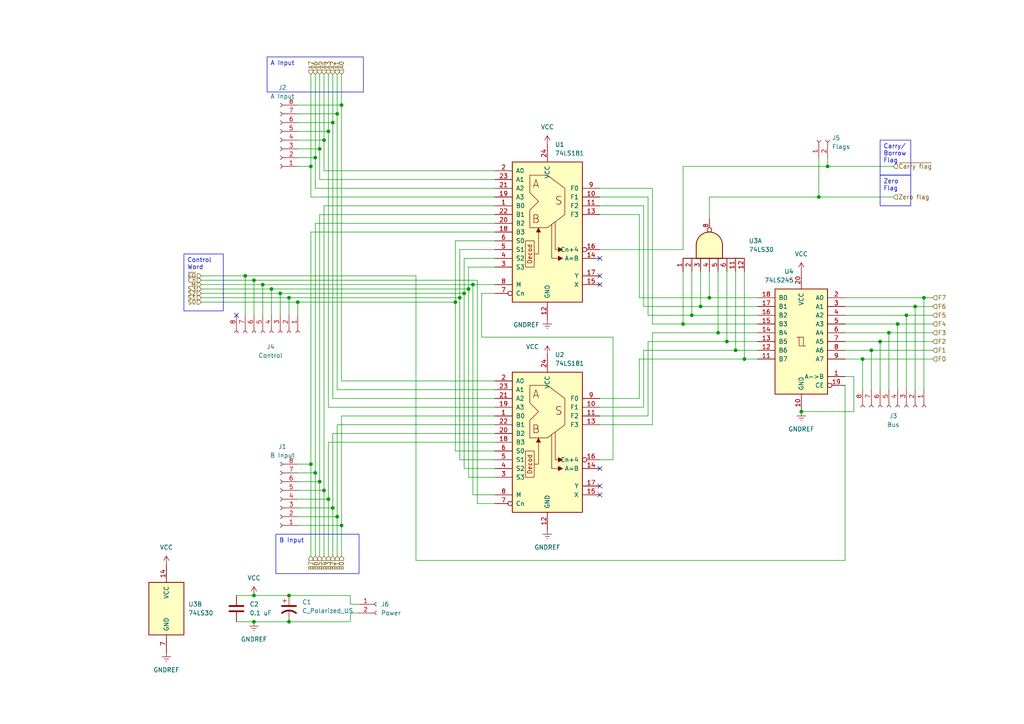
<source format=kicad_sch>
(kicad_sch (version 20231120) (generator "eeschema") (generator_version "8.0")
  (paper "A4")
  (title_block (title "Artemis ALU Module") (date "2024-07-14") (rev "1") (company "George Sleen"))
  (lib_symbols
    (symbol "74xx:74LS181" (pin_names (offset 1.016))
      (property "Reference" "U" (at -7.62 21.59 0))
      (property "Value" "74LS181" (at -7.62 -21.59 0))
      (symbol "74LS181_1_0"
        (polyline (pts (xy -3.81 -6.35) (xy -2.54 -6.35) (xy -2.54 1.27)))
        (polyline (pts (xy -2.54 1.27) (xy -3.175 0) (xy -1.905 0)) (fill (type outline)))
        (polyline (pts (xy 1.27 2.159) (xy 1.27 -7.62) (xy 3.175 -7.62)))
        (polyline (pts (xy 3.175 -5.08) (xy 2.286 -5.08) (xy 2.286 2.921)))
        (polyline (pts (xy 4.445 -7.62) (xy 3.175 -6.985) (xy 3.175 -8.255) (xy 4.445 -7.62)) (fill (type outline)))
        (polyline (pts (xy 4.445 -5.08) (xy 3.175 -4.445) (xy 3.175 -5.715) (xy 4.445 -5.08)) (fill (type outline)))
        (polyline (pts (xy -6.35 -2.54) (xy -6.35 -10.16) (xy -3.81 -10.16) (xy -3.81 -2.54) (xy -6.35 -2.54)))
        (polyline (pts (xy -5.08 16.51) (xy -5.08 11.43) (xy -2.54 8.89) (xy -5.08 6.35) (xy -5.08 1.27) (xy 0 1.27) (xy 5.08 5.08) (xy 5.08 12.7) (xy 0 16.51) (xy -5.08 16.51)))
        (text "A" (at -3.302 13.97 0) (effects (font (size 2.286 2.286))))
        (text "B" (at -3.302 3.81 0) (effects (font (size 2.286 2.286))))
        (text "Decod" (at -5.08 -6.35 900) (effects (font (size 1.27 1.27))))
        (text "S" (at 3.302 9.144 0) (effects (font (size 2.286 2.286))))
        (pin input line (at -15.24 7.62 0) (length 5.08) (name "B0") (number "1"))
        (pin output line (at 15.24 10.16 180) (length 5.08) (name "F1") (number "10"))
        (pin output line (at 15.24 7.62 180) (length 5.08) (name "F2") (number "11"))
        (pin power_in line (at 0 -25.4 90) (length 5.08) (name "GND") (number "12"))
        (pin output line (at 15.24 5.08 180) (length 5.08) (name "F3") (number "13"))
        (pin output line (at 15.24 -7.62 180) (length 5.08) (name "A=B") (number "14"))
        (pin output line (at 15.24 -15.24 180) (length 5.08) (name "X") (number "15"))
        (pin output inverted (at 15.24 -5.08 180) (length 5.08) (name "Cn+4") (number "16"))
        (pin output line (at 15.24 -12.7 180) (length 5.08) (name "Y") (number "17"))
        (pin input line (at -15.24 0 0) (length 5.08) (name "B3") (number "18"))
        (pin input line (at -15.24 10.16 0) (length 5.08) (name "A3") (number "19"))
        (pin input line (at -15.24 17.78 0) (length 5.08) (name "A0") (number "2"))
        (pin input line (at -15.24 2.54 0) (length 5.08) (name "B2") (number "20"))
        (pin input line (at -15.24 12.7 0) (length 5.08) (name "A2") (number "21"))
        (pin input line (at -15.24 5.08 0) (length 5.08) (name "B1") (number "22"))
        (pin input line (at -15.24 15.24 0) (length 5.08) (name "A1") (number "23"))
        (pin power_in line (at 0 25.4 270) (length 5.08) (name "VCC") (number "24"))
        (pin input line (at -15.24 -10.16 0) (length 5.08) (name "S3") (number "3"))
        (pin input line (at -15.24 -7.62 0) (length 5.08) (name "S2") (number "4"))
        (pin input line (at -15.24 -5.08 0) (length 5.08) (name "S1") (number "5"))
        (pin input line (at -15.24 -2.54 0) (length 5.08) (name "S0") (number "6"))
        (pin input inverted (at -15.24 -17.78 0) (length 5.08) (name "Cn") (number "7"))
        (pin input line (at -15.24 -15.24 0) (length 5.08) (name "M") (number "8"))
        (pin output line (at 15.24 12.7 180) (length 5.08) (name "F0") (number "9"))
      )
      (symbol "74LS181_1_1"
        (rectangle (start -10.16 20.32) (end 10.16 -20.32) (stroke (width 0.254)) (fill (type background)))
      )
    )
    (symbol "74xx:74LS245" (pin_names (offset 1.016))
      (property "Reference" "U" (at -7.62 16.51 0))
      (property "Value" "74LS245" (at -7.62 -16.51 0))
      (symbol "74LS245_1_0"
        (polyline (pts (xy -0.635 -1.27) (xy -0.635 1.27) (xy 0.635 1.27)))
        (polyline (pts (xy -1.27 -1.27) (xy 0.635 -1.27) (xy 0.635 1.27) (xy 1.27 1.27)))
        (pin input line (at -12.7 -10.16 0) (length 5.08) (name "A->B") (number "1"))
        (pin power_in line (at 0 -20.32 90) (length 5.08) (name "GND") (number "10"))
        (pin tri_state line (at 12.7 -5.08 180) (length 5.08) (name "B7") (number "11"))
        (pin tri_state line (at 12.7 -2.54 180) (length 5.08) (name "B6") (number "12"))
        (pin tri_state line (at 12.7 0 180) (length 5.08) (name "B5") (number "13"))
        (pin tri_state line (at 12.7 2.54 180) (length 5.08) (name "B4") (number "14"))
        (pin tri_state line (at 12.7 5.08 180) (length 5.08) (name "B3") (number "15"))
        (pin tri_state line (at 12.7 7.62 180) (length 5.08) (name "B2") (number "16"))
        (pin tri_state line (at 12.7 10.16 180) (length 5.08) (name "B1") (number "17"))
        (pin tri_state line (at 12.7 12.7 180) (length 5.08) (name "B0") (number "18"))
        (pin input inverted (at -12.7 -12.7 0) (length 5.08) (name "CE") (number "19"))
        (pin tri_state line (at -12.7 12.7 0) (length 5.08) (name "A0") (number "2"))
        (pin power_in line (at 0 20.32 270) (length 5.08) (name "VCC") (number "20"))
        (pin tri_state line (at -12.7 10.16 0) (length 5.08) (name "A1") (number "3"))
        (pin tri_state line (at -12.7 7.62 0) (length 5.08) (name "A2") (number "4"))
        (pin tri_state line (at -12.7 5.08 0) (length 5.08) (name "A3") (number "5"))
        (pin tri_state line (at -12.7 2.54 0) (length 5.08) (name "A4") (number "6"))
        (pin tri_state line (at -12.7 0 0) (length 5.08) (name "A5") (number "7"))
        (pin tri_state line (at -12.7 -2.54 0) (length 5.08) (name "A6") (number "8"))
        (pin tri_state line (at -12.7 -5.08 0) (length 5.08) (name "A7") (number "9"))
      )
      (symbol "74LS245_1_1"
        (rectangle (start -7.62 15.24) (end 7.62 -15.24) (stroke (width 0.254)) (fill (type background)))
      )
    )
    (symbol "74xx:74LS30" (pin_names (offset 1.016))
      (property "Reference" "U" (at 0 1.27 0))
      (property "Value" "74LS30" (at 0 -1.27 0))
      (symbol "74LS30_1_1"
        (arc (start 0 -3.81) (mid 3.7934 0) (end 0 3.81) (stroke (width 0.254)) (fill (type background)))
        (polyline (pts (xy -3.81 7.62) (xy -3.81 -10.16)) (stroke (width 0.254)))
        (polyline (pts (xy 0 3.81) (xy -3.81 3.81) (xy -3.81 -3.81) (xy 0 -3.81)) (stroke (width 0.254)) (fill (type background)))
        (pin input line (at -7.62 7.62 0) (length 3.81) (name "~") (number "1"))
        (pin input line (at -7.62 -7.62 0) (length 3.81) (name "~") (number "11"))
        (pin input line (at -7.62 -10.16 0) (length 3.81) (name "~") (number "12"))
        (pin input line (at -7.62 5.08 0) (length 3.81) (name "~") (number "2"))
        (pin input line (at -7.62 2.54 0) (length 3.81) (name "~") (number "3"))
        (pin input line (at -7.62 0 0) (length 3.81) (name "~") (number "4"))
        (pin input line (at -7.62 -2.54 0) (length 3.81) (name "~") (number "5"))
        (pin input line (at -7.62 -5.08 0) (length 3.81) (name "~") (number "6"))
        (pin output inverted (at 7.62 0 180) (length 3.81) (name "~") (number "8"))
      )
      (symbol "74LS30_1_2"
        (arc (start -3.81 -3.81) (mid -2.589 0) (end -3.81 3.81) (stroke (width 0.254)))
        (arc (start -0.6096 -3.81) (mid 2.1842 -2.5851) (end 3.81 0) (stroke (width 0.254)) (fill (type background)))
        (polyline (pts (xy -3.81 -3.81) (xy -3.81 -10.16)) (stroke (width 0.254)))
        (polyline (pts (xy -3.81 -3.81) (xy -0.635 -3.81)) (stroke (width 0.254)) (fill (type background)))
        (polyline (pts (xy -3.81 3.81) (xy -0.635 3.81)) (stroke (width 0.254)) (fill (type background)))
        (polyline (pts (xy -3.81 7.62) (xy -3.81 3.81)) (stroke (width 0.254)))
        (polyline (pts (xy -0.635 3.81) (xy -3.81 3.81) (xy -3.81 3.81) (xy -3.556 3.4036) (xy -3.0226 2.2606) (xy -2.6924 1.0414) (xy -2.6162 -0.254) (xy -2.7686 -1.4986) (xy -3.175 -2.7178) (xy -3.81 -3.81) (xy -3.81 -3.81) (xy -0.635 -3.81)) (stroke (width -25.4)) (fill (type background)))
        (arc (start 3.81 0) (mid 2.1915 2.5936) (end -0.6096 3.81) (stroke (width 0.254)) (fill (type background)))
        (pin input inverted (at -7.62 7.62 0) (length 3.81) (name "~") (number "1"))
        (pin input inverted (at -7.62 -7.62 0) (length 3.81) (name "~") (number "11"))
        (pin input inverted (at -7.62 -10.16 0) (length 3.81) (name "~") (number "12"))
        (pin input inverted (at -7.62 5.08 0) (length 3.81) (name "~") (number "2"))
        (pin input inverted (at -7.62 2.54 0) (length 4.5466) (name "~") (number "3"))
        (pin input inverted (at -7.62 0 0) (length 5.08) (name "~") (number "4"))
        (pin input inverted (at -7.62 -2.54 0) (length 4.5466) (name "~") (number "5"))
        (pin input inverted (at -7.62 -5.08 0) (length 3.81) (name "~") (number "6"))
        (pin output line (at 7.62 0 180) (length 3.81) (name "~") (number "8"))
      )
      (symbol "74LS30_2_0"
        (pin power_in line (at 0 12.7 270) (length 5.08) (name "VCC") (number "14"))
        (pin power_in line (at 0 -12.7 90) (length 5.08) (name "GND") (number "7"))
      )
      (symbol "74LS30_2_1"
        (rectangle (start -5.08 7.62) (end 5.08 -7.62) (stroke (width 0.254)) (fill (type background)))
      )
    )
    (symbol "Connector:Conn_01x02_Socket" (pin_names (offset 1.016) hide)
      (property "Reference" "J" (at 0 2.54 0))
      (property "Value" "Conn_01x02_Socket" (at 0 -5.08 0))
      (symbol "Conn_01x02_Socket_1_1"
        (arc (start 0 -2.032) (mid -0.5058 -2.54) (end 0 -3.048) (stroke (width 0.1524)))
        (polyline (pts (xy -1.27 -2.54) (xy -0.508 -2.54)) (stroke (width 0.1524)))
        (polyline (pts (xy -1.27 0) (xy -0.508 0)) (stroke (width 0.1524)))
        (arc (start 0 0.508) (mid -0.5058 0) (end 0 -0.508) (stroke (width 0.1524)))
        (pin passive line (at -5.08 0 0) (length 3.81) (name "Pin_1") (number "1"))
        (pin passive line (at -5.08 -2.54 0) (length 3.81) (name "Pin_2") (number "2"))
      )
    )
    (symbol "Connector:Conn_01x08_Socket" (pin_names (offset 1.016) hide)
      (property "Reference" "J" (at 0 10.16 0))
      (property "Value" "Conn_01x08_Socket" (at 0 -12.7 0))
      (symbol "Conn_01x08_Socket_1_1"
        (arc (start 0 -9.652) (mid -0.5058 -10.16) (end 0 -10.668) (stroke (width 0.1524)))
        (arc (start 0 -7.112) (mid -0.5058 -7.62) (end 0 -8.128) (stroke (width 0.1524)))
        (arc (start 0 -4.572) (mid -0.5058 -5.08) (end 0 -5.588) (stroke (width 0.1524)))
        (arc (start 0 -2.032) (mid -0.5058 -2.54) (end 0 -3.048) (stroke (width 0.1524)))
        (polyline (pts (xy -1.27 -10.16) (xy -0.508 -10.16)) (stroke (width 0.1524)))
        (polyline (pts (xy -1.27 -7.62) (xy -0.508 -7.62)) (stroke (width 0.1524)))
        (polyline (pts (xy -1.27 -5.08) (xy -0.508 -5.08)) (stroke (width 0.1524)))
        (polyline (pts (xy -1.27 -2.54) (xy -0.508 -2.54)) (stroke (width 0.1524)))
        (polyline (pts (xy -1.27 0) (xy -0.508 0)) (stroke (width 0.1524)))
        (polyline (pts (xy -1.27 2.54) (xy -0.508 2.54)) (stroke (width 0.1524)))
        (polyline (pts (xy -1.27 5.08) (xy -0.508 5.08)) (stroke (width 0.1524)))
        (polyline (pts (xy -1.27 7.62) (xy -0.508 7.62)) (stroke (width 0.1524)))
        (arc (start 0 0.508) (mid -0.5058 0) (end 0 -0.508) (stroke (width 0.1524)))
        (arc (start 0 3.048) (mid -0.5058 2.54) (end 0 2.032) (stroke (width 0.1524)))
        (arc (start 0 5.588) (mid -0.5058 5.08) (end 0 4.572) (stroke (width 0.1524)))
        (arc (start 0 8.128) (mid -0.5058 7.62) (end 0 7.112) (stroke (width 0.1524)))
        (pin passive line (at -5.08 7.62 0) (length 3.81) (name "Pin_1") (number "1"))
        (pin passive line (at -5.08 5.08 0) (length 3.81) (name "Pin_2") (number "2"))
        (pin passive line (at -5.08 2.54 0) (length 3.81) (name "Pin_3") (number "3"))
        (pin passive line (at -5.08 0 0) (length 3.81) (name "Pin_4") (number "4"))
        (pin passive line (at -5.08 -2.54 0) (length 3.81) (name "Pin_5") (number "5"))
        (pin passive line (at -5.08 -5.08 0) (length 3.81) (name "Pin_6") (number "6"))
        (pin passive line (at -5.08 -7.62 0) (length 3.81) (name "Pin_7") (number "7"))
        (pin passive line (at -5.08 -10.16 0) (length 3.81) (name "Pin_8") (number "8"))
      )
    )
    (symbol "Device:C" (pin_numbers hide) (pin_names (offset 0.254))
      (property "Reference" "C" (at 0.635 2.54 0))
      (property "Value" "C" (at 0.635 -2.54 0))
      (symbol "C_0_1"
        (polyline (pts (xy -2.032 -0.762) (xy 2.032 -0.762)) (stroke (width 0.508)))
        (polyline (pts (xy -2.032 0.762) (xy 2.032 0.762)) (stroke (width 0.508)))
      )
      (symbol "C_1_1"
        (pin passive line (at 0 3.81 270) (length 2.794) (name "~") (number "1"))
        (pin passive line (at 0 -3.81 90) (length 2.794) (name "~") (number "2"))
      )
    )
    (symbol "Device:C_Polarized_US" (pin_numbers hide) (pin_names (offset 0.254) hide)
      (property "Reference" "C" (at 0.635 2.54 0))
      (property "Value" "C_Polarized_US" (at 0.635 -2.54 0))
      (symbol "C_Polarized_US_0_1"
        (polyline (pts (xy -2.032 0.762) (xy 2.032 0.762)) (stroke (width 0.508)))
        (polyline (pts (xy -1.778 2.286) (xy -0.762 2.286)))
        (polyline (pts (xy -1.27 1.778) (xy -1.27 2.794)))
        (arc (start 2.032 -1.27) (mid 0 -0.5572) (end -2.032 -1.27) (stroke (width 0.508)))
      )
      (symbol "C_Polarized_US_1_1"
        (pin passive line (at 0 3.81 270) (length 2.794) (name "~") (number "1"))
        (pin passive line (at 0 -3.81 90) (length 3.302) (name "~") (number "2"))
      )
    )
    (symbol "power:GNDREF" (power) (pin_numbers hide) (pin_names (offset 0) hide)
      (property "Value" "GNDREF" (at 0 -3.81 0))
      (symbol "GNDREF_0_1"
        (polyline (pts (xy -0.635 -1.905) (xy 0.635 -1.905)))
        (polyline (pts (xy -0.127 -2.54) (xy 0.127 -2.54)))
        (polyline (pts (xy 0 -1.27) (xy 0 0)))
        (polyline (pts (xy 1.27 -1.27) (xy -1.27 -1.27)))
      )
      (symbol "GNDREF_1_1"
        (pin power_in line (at 0 0 270) (length 0) (name "~") (number "1"))
      )
    )
    (symbol "power:VCC" (power) (pin_numbers hide) (pin_names (offset 0) hide)
      (property "Value" "VCC" (at 0 3.556 0))
      (symbol "VCC_0_1"
        (polyline (pts (xy -0.762 1.27) (xy 0 2.54)))
        (polyline (pts (xy 0 0) (xy 0 2.54)))
        (polyline (pts (xy 0 2.54) (xy 0.762 1.27)))
      )
      (symbol "VCC_1_1"
        (pin power_in line (at 0 0 90) (length 0) (name "~") (number "1"))
      )
    )
  )
  (junction (at 267.97 86.36))
  (junction (at 97.79 33.02))
  (junction (at 92.71 139.7))
  (junction (at 97.79 149.86))
  (junction (at 78.74 83.82))
  (junction (at 95.25 144.78))
  (junction (at 134.62 85.09))
  (junction (at 215.9 104.14))
  (junction (at 91.44 45.72))
  (junction (at 93.98 142.24))
  (junction (at 205.74 86.36))
  (junction (at 255.27 99.06))
  (junction (at 133.35 86.36))
  (junction (at 73.66 180.34))
  (junction (at 132.08 87.63))
  (junction (at 240.03 48.26))
  (junction (at 73.66 172.72))
  (junction (at 262.89 91.44))
  (junction (at 250.19 104.14))
  (junction (at 90.17 134.62))
  (junction (at 81.28 85.09))
  (junction (at 71.12 80.01))
  (junction (at 210.82 99.06))
  (junction (at 83.82 86.36))
  (junction (at 76.2 82.55))
  (junction (at 86.36 87.63))
  (junction (at 93.98 40.64))
  (junction (at 203.2 88.9))
  (junction (at 135.89 83.82))
  (junction (at 200.66 91.44))
  (junction (at 91.44 137.16))
  (junction (at 73.66 81.28))
  (junction (at 213.36 101.6))
  (junction (at 137.16 82.55))
  (junction (at 198.12 93.98))
  (junction (at 90.17 48.26))
  (junction (at 92.71 43.18))
  (junction (at 99.06 30.48))
  (junction (at 252.73 101.6))
  (junction (at 83.82 172.72))
  (junction (at 99.06 152.4))
  (junction (at 265.43 88.9))
  (junction (at 260.35 93.98))
  (junction (at 208.28 96.52))
  (junction (at 237.49 57.15))
  (junction (at 95.25 38.1))
  (junction (at 83.82 180.34))
  (junction (at 232.41 119.38))
  (junction (at 96.52 35.56))
  (junction (at 96.52 147.32))
  (junction (at 257.81 96.52))
  (no_connect (at 173.99 74.93))
  (no_connect (at 173.99 82.55))
  (no_connect (at 173.99 80.01))
  (no_connect (at 68.58 91.44))
  (no_connect (at 173.99 143.51))
  (no_connect (at 173.99 135.89))
  (no_connect (at 173.99 140.97))
  (wire (pts (xy 71.12 80.01) (xy 120.65 80.01)))
  (wire (pts (xy 245.11 86.36) (xy 267.97 86.36)))
  (wire (pts (xy 247.65 109.22) (xy 247.65 119.38)))
  (wire (pts (xy 92.71 62.23) (xy 92.71 139.7)))
  (wire (pts (xy 143.51 143.51) (xy 137.16 143.51)))
  (wire (pts (xy 58.42 81.28) (xy 73.66 81.28)))
  (wire (pts (xy 95.25 144.78) (xy 95.25 161.29)))
  (wire (pts (xy 91.44 64.77) (xy 91.44 137.16)))
  (wire (pts (xy 97.79 123.19) (xy 97.79 149.86)))
  (wire (pts (xy 143.51 74.93) (xy 134.62 74.93)))
  (wire (pts (xy 265.43 88.9) (xy 270.51 88.9)))
  (wire (pts (xy 90.17 134.62) (xy 90.17 161.29)))
  (wire (pts (xy 143.51 118.11) (xy 95.25 118.11)))
  (wire (pts (xy 83.82 180.34) (xy 101.6 180.34)))
  (wire (pts (xy 86.36 144.78) (xy 95.25 144.78)))
  (wire (pts (xy 86.36 149.86) (xy 97.79 149.86)))
  (wire (pts (xy 143.51 130.81) (xy 132.08 130.81)))
  (wire (pts (xy 143.51 54.61) (xy 91.44 54.61)))
  (wire (pts (xy 101.6 177.8) (xy 101.6 180.34)))
  (wire (pts (xy 185.42 104.14) (xy 215.9 104.14)))
  (wire (pts (xy 83.82 172.72) (xy 101.6 172.72)))
  (wire (pts (xy 205.74 63.5) (xy 205.74 57.15)))
  (wire (pts (xy 247.65 119.38) (xy 232.41 119.38)))
  (wire (pts (xy 97.79 149.86) (xy 97.79 161.29)))
  (wire (pts (xy 143.51 59.69) (xy 93.98 59.69)))
  (wire (pts (xy 267.97 86.36) (xy 267.97 113.03)))
  (wire (pts (xy 198.12 48.26) (xy 240.03 48.26)))
  (wire (pts (xy 262.89 113.03) (xy 262.89 91.44)))
  (wire (pts (xy 93.98 142.24) (xy 93.98 161.29)))
  (wire (pts (xy 173.99 72.39) (xy 198.12 72.39)))
  (wire (pts (xy 139.7 97.79) (xy 139.7 85.09)))
  (wire (pts (xy 86.36 87.63) (xy 132.08 87.63)))
  (wire (pts (xy 185.42 115.57) (xy 185.42 104.14)))
  (wire (pts (xy 210.82 99.06) (xy 219.71 99.06)))
  (wire (pts (xy 86.36 152.4) (xy 99.06 152.4)))
  (wire (pts (xy 187.96 99.06) (xy 210.82 99.06)))
  (wire (pts (xy 245.11 109.22) (xy 247.65 109.22)))
  (wire (pts (xy 92.71 43.18) (xy 92.71 52.07)))
  (wire (pts (xy 198.12 72.39) (xy 198.12 48.26)))
  (wire (pts (xy 173.99 123.19) (xy 189.23 123.19)))
  (wire (pts (xy 260.35 113.03) (xy 260.35 93.98)))
  (wire (pts (xy 257.81 96.52) (xy 270.51 96.52)))
  (wire (pts (xy 120.65 162.56) (xy 245.11 162.56)))
  (wire (pts (xy 135.89 83.82) (xy 135.89 138.43)))
  (wire (pts (xy 132.08 69.85) (xy 143.51 69.85)))
  (wire (pts (xy 205.74 86.36) (xy 219.71 86.36)))
  (wire (pts (xy 240.03 45.72) (xy 240.03 48.26)))
  (wire (pts (xy 90.17 48.26) (xy 90.17 57.15)))
  (wire (pts (xy 104.14 177.8) (xy 101.6 177.8)))
  (wire (pts (xy 186.69 88.9) (xy 203.2 88.9)))
  (wire (pts (xy 262.89 91.44) (xy 270.51 91.44)))
  (wire (pts (xy 250.19 104.14) (xy 270.51 104.14)))
  (wire (pts (xy 173.99 118.11) (xy 186.69 118.11)))
  (wire (pts (xy 215.9 104.14) (xy 219.71 104.14)))
  (wire (pts (xy 245.11 96.52) (xy 257.81 96.52)))
  (wire (pts (xy 95.25 38.1) (xy 95.25 118.11)))
  (wire (pts (xy 86.36 147.32) (xy 96.52 147.32)))
  (wire (pts (xy 143.51 115.57) (xy 96.52 115.57)))
  (wire (pts (xy 95.25 128.27) (xy 95.25 144.78)))
  (wire (pts (xy 143.51 110.49) (xy 99.06 110.49)))
  (wire (pts (xy 99.06 120.65) (xy 99.06 152.4)))
  (wire (pts (xy 203.2 88.9) (xy 219.71 88.9)))
  (wire (pts (xy 200.66 78.74) (xy 200.66 91.44)))
  (wire (pts (xy 143.51 64.77) (xy 91.44 64.77)))
  (wire (pts (xy 187.96 91.44) (xy 200.66 91.44)))
  (wire (pts (xy 137.16 82.55) (xy 143.51 82.55)))
  (wire (pts (xy 86.36 142.24) (xy 93.98 142.24)))
  (wire (pts (xy 99.06 21.59) (xy 99.06 30.48)))
  (wire (pts (xy 250.19 113.03) (xy 250.19 104.14)))
  (wire (pts (xy 96.52 21.59) (xy 96.52 35.56)))
  (wire (pts (xy 205.74 78.74) (xy 205.74 86.36)))
  (wire (pts (xy 96.52 147.32) (xy 96.52 161.29)))
  (wire (pts (xy 78.74 83.82) (xy 135.89 83.82)))
  (wire (pts (xy 143.51 113.03) (xy 97.79 113.03)))
  (wire (pts (xy 143.51 57.15) (xy 90.17 57.15)))
  (wire (pts (xy 58.42 85.09) (xy 81.28 85.09)))
  (wire (pts (xy 135.89 77.47) (xy 135.89 83.82)))
  (wire (pts (xy 139.7 85.09) (xy 143.51 85.09)))
  (wire (pts (xy 189.23 54.61) (xy 189.23 93.98)))
  (wire (pts (xy 58.42 82.55) (xy 76.2 82.55)))
  (wire (pts (xy 186.69 101.6) (xy 213.36 101.6)))
  (wire (pts (xy 86.36 137.16) (xy 91.44 137.16)))
  (wire (pts (xy 143.51 146.05) (xy 138.43 146.05)))
  (wire (pts (xy 198.12 93.98) (xy 219.71 93.98)))
  (wire (pts (xy 83.82 86.36) (xy 83.82 91.44)))
  (wire (pts (xy 143.51 120.65) (xy 99.06 120.65)))
  (wire (pts (xy 205.74 57.15) (xy 237.49 57.15)))
  (wire (pts (xy 187.96 99.06) (xy 187.96 120.65)))
  (wire (pts (xy 132.08 69.85) (xy 132.08 87.63)))
  (wire (pts (xy 90.17 67.31) (xy 90.17 134.62)))
  (wire (pts (xy 73.66 180.34) (xy 83.82 180.34)))
  (wire (pts (xy 99.06 30.48) (xy 99.06 110.49)))
  (wire (pts (xy 185.42 62.23) (xy 185.42 86.36)))
  (wire (pts (xy 208.28 78.74) (xy 208.28 96.52)))
  (wire (pts (xy 245.11 93.98) (xy 260.35 93.98)))
  (wire (pts (xy 198.12 78.74) (xy 198.12 93.98)))
  (wire (pts (xy 173.99 54.61) (xy 189.23 54.61)))
  (wire (pts (xy 237.49 45.72) (xy 237.49 57.15)))
  (wire (pts (xy 203.2 78.74) (xy 203.2 88.9)))
  (wire (pts (xy 104.14 175.26) (xy 101.6 175.26)))
  (wire (pts (xy 91.44 45.72) (xy 91.44 54.61)))
  (wire (pts (xy 58.42 83.82) (xy 78.74 83.82)))
  (wire (pts (xy 93.98 40.64) (xy 93.98 49.53)))
  (wire (pts (xy 138.43 146.05) (xy 138.43 81.28)))
  (wire (pts (xy 134.62 135.89) (xy 143.51 135.89)))
  (wire (pts (xy 185.42 86.36) (xy 205.74 86.36)))
  (wire (pts (xy 255.27 113.03) (xy 255.27 99.06)))
  (wire (pts (xy 143.51 67.31) (xy 90.17 67.31)))
  (wire (pts (xy 91.44 21.59) (xy 91.44 45.72)))
  (wire (pts (xy 143.51 52.07) (xy 92.71 52.07)))
  (wire (pts (xy 186.69 118.11) (xy 186.69 101.6)))
  (wire (pts (xy 134.62 74.93) (xy 134.62 85.09)))
  (wire (pts (xy 83.82 86.36) (xy 133.35 86.36)))
  (wire (pts (xy 135.89 77.47) (xy 143.51 77.47)))
  (wire (pts (xy 86.36 87.63) (xy 86.36 91.44)))
  (wire (pts (xy 143.51 49.53) (xy 93.98 49.53)))
  (wire (pts (xy 189.23 96.52) (xy 208.28 96.52)))
  (wire (pts (xy 133.35 72.39) (xy 133.35 86.36)))
  (wire (pts (xy 76.2 82.55) (xy 76.2 91.44)))
  (wire (pts (xy 252.73 113.03) (xy 252.73 101.6)))
  (wire (pts (xy 68.58 180.34) (xy 73.66 180.34)))
  (wire (pts (xy 132.08 87.63) (xy 132.08 130.81)))
  (wire (pts (xy 133.35 86.36) (xy 133.35 133.35)))
  (wire (pts (xy 245.11 91.44) (xy 262.89 91.44)))
  (wire (pts (xy 245.11 104.14) (xy 250.19 104.14)))
  (wire (pts (xy 173.99 62.23) (xy 185.42 62.23)))
  (wire (pts (xy 96.52 125.73) (xy 96.52 147.32)))
  (wire (pts (xy 245.11 111.76) (xy 245.11 162.56)))
  (wire (pts (xy 134.62 85.09) (xy 134.62 135.89)))
  (wire (pts (xy 267.97 86.36) (xy 270.51 86.36)))
  (wire (pts (xy 213.36 78.74) (xy 213.36 101.6)))
  (wire (pts (xy 187.96 57.15) (xy 187.96 91.44)))
  (wire (pts (xy 86.36 38.1) (xy 95.25 38.1)))
  (wire (pts (xy 86.36 30.48) (xy 99.06 30.48)))
  (wire (pts (xy 86.36 43.18) (xy 92.71 43.18)))
  (wire (pts (xy 255.27 99.06) (xy 270.51 99.06)))
  (wire (pts (xy 173.99 120.65) (xy 187.96 120.65)))
  (wire (pts (xy 208.28 96.52) (xy 219.71 96.52)))
  (wire (pts (xy 245.11 88.9) (xy 265.43 88.9)))
  (wire (pts (xy 173.99 133.35) (xy 177.8 133.35)))
  (wire (pts (xy 73.66 172.72) (xy 83.82 172.72)))
  (wire (pts (xy 173.99 59.69) (xy 186.69 59.69)))
  (wire (pts (xy 86.36 40.64) (xy 93.98 40.64)))
  (wire (pts (xy 189.23 96.52) (xy 189.23 123.19)))
  (wire (pts (xy 58.42 87.63) (xy 86.36 87.63)))
  (wire (pts (xy 86.36 48.26) (xy 90.17 48.26)))
  (wire (pts (xy 86.36 33.02) (xy 97.79 33.02)))
  (wire (pts (xy 101.6 175.26) (xy 101.6 172.72)))
  (wire (pts (xy 81.28 85.09) (xy 81.28 91.44)))
  (wire (pts (xy 143.51 72.39) (xy 133.35 72.39)))
  (wire (pts (xy 96.52 35.56) (xy 96.52 115.57)))
  (wire (pts (xy 120.65 162.56) (xy 120.65 80.01)))
  (wire (pts (xy 73.66 81.28) (xy 138.43 81.28)))
  (wire (pts (xy 58.42 80.01) (xy 71.12 80.01)))
  (wire (pts (xy 189.23 93.98) (xy 198.12 93.98)))
  (wire (pts (xy 260.35 93.98) (xy 270.51 93.98)))
  (wire (pts (xy 137.16 143.51) (xy 137.16 82.55)))
  (wire (pts (xy 215.9 78.74) (xy 215.9 104.14)))
  (wire (pts (xy 93.98 59.69) (xy 93.98 142.24)))
  (wire (pts (xy 177.8 97.79) (xy 139.7 97.79)))
  (wire (pts (xy 93.98 21.59) (xy 93.98 40.64)))
  (wire (pts (xy 143.51 125.73) (xy 96.52 125.73)))
  (wire (pts (xy 68.58 172.72) (xy 73.66 172.72)))
  (wire (pts (xy 86.36 134.62) (xy 90.17 134.62)))
  (wire (pts (xy 86.36 139.7) (xy 92.71 139.7)))
  (wire (pts (xy 240.03 48.26) (xy 259.08 48.26)))
  (wire (pts (xy 76.2 82.55) (xy 137.16 82.55)))
  (wire (pts (xy 143.51 62.23) (xy 92.71 62.23)))
  (wire (pts (xy 143.51 123.19) (xy 97.79 123.19)))
  (wire (pts (xy 92.71 21.59) (xy 92.71 43.18)))
  (wire (pts (xy 237.49 57.15) (xy 259.08 57.15)))
  (wire (pts (xy 71.12 80.01) (xy 71.12 91.44)))
  (wire (pts (xy 143.51 128.27) (xy 95.25 128.27)))
  (wire (pts (xy 257.81 113.03) (xy 257.81 96.52)))
  (wire (pts (xy 173.99 57.15) (xy 187.96 57.15)))
  (wire (pts (xy 91.44 137.16) (xy 91.44 161.29)))
  (wire (pts (xy 173.99 115.57) (xy 185.42 115.57)))
  (wire (pts (xy 95.25 21.59) (xy 95.25 38.1)))
  (wire (pts (xy 210.82 78.74) (xy 210.82 99.06)))
  (wire (pts (xy 78.74 83.82) (xy 78.74 91.44)))
  (wire (pts (xy 265.43 113.03) (xy 265.43 88.9)))
  (wire (pts (xy 73.66 81.28) (xy 73.66 91.44)))
  (wire (pts (xy 99.06 152.4) (xy 99.06 161.29)))
  (wire (pts (xy 92.71 139.7) (xy 92.71 161.29)))
  (wire (pts (xy 58.42 86.36) (xy 83.82 86.36)))
  (wire (pts (xy 186.69 59.69) (xy 186.69 88.9)))
  (wire (pts (xy 97.79 33.02) (xy 97.79 113.03)))
  (wire (pts (xy 245.11 99.06) (xy 255.27 99.06)))
  (wire (pts (xy 133.35 133.35) (xy 143.51 133.35)))
  (wire (pts (xy 97.79 21.59) (xy 97.79 33.02)))
  (wire (pts (xy 143.51 138.43) (xy 135.89 138.43)))
  (wire (pts (xy 177.8 133.35) (xy 177.8 97.79)))
  (wire (pts (xy 86.36 35.56) (xy 96.52 35.56)))
  (wire (pts (xy 86.36 45.72) (xy 91.44 45.72)))
  (wire (pts (xy 81.28 85.09) (xy 134.62 85.09)))
  (wire (pts (xy 90.17 21.59) (xy 90.17 48.26)))
  (wire (pts (xy 200.66 91.44) (xy 219.71 91.44)))
  (wire (pts (xy 213.36 101.6) (xy 219.71 101.6)))
  (wire (pts (xy 245.11 101.6) (xy 252.73 101.6)))
  (wire (pts (xy 252.73 101.6) (xy 270.51 101.6)))
  (text_box "Control Word\n" (at 53.34 73.66 0) (size 11.43 16.51) (effects (font (size 1.27 1.27)) (justify left top)))
  (text_box "Zero Flag" (at 255.27 50.8 0) (size 8.89 8.89) (effects (font (size 1.27 1.27)) (justify left top)))
  (text_box "A Input" (at 77.47 16.51 0) (size 27.94 10.16) (effects (font (size 1.27 1.27)) (justify left top)))
  (text_box "B Input" (at 80.01 154.94 0) (size 24.13 11.43) (effects (font (size 1.27 1.27)) (justify left top)))
  (text_box "Carry/ Borrow Flag" (at 255.27 40.64 0) (size 8.89 10.16) (effects (font (size 1.27 1.27)) (justify left top)))
  (hierarchical_label "Zero flag" (shape input) (at 259.08 57.15 0))
  (hierarchical_label "A4" (shape input) (at 93.98 21.59 90))
  (hierarchical_label "F5" (shape input) (at 270.51 91.44 0))
  (hierarchical_label "B0" (shape input) (at 99.06 161.29 270))
  (hierarchical_label "A5" (shape input) (at 92.71 21.59 90))
  (hierarchical_label "~{Carry flag}" (shape input) (at 259.08 48.26 0))
  (hierarchical_label "F2" (shape input) (at 270.51 99.06 0))
  (hierarchical_label "S0" (shape input) (at 58.42 87.63 180))
  (hierarchical_label "B2" (shape input) (at 96.52 161.29 270))
  (hierarchical_label "A1" (shape input) (at 97.79 21.59 90))
  (hierarchical_label "F6" (shape input) (at 270.51 88.9 0))
  (hierarchical_label "B7" (shape input) (at 90.17 161.29 270))
  (hierarchical_label "M" (shape input) (at 58.42 82.55 180))
  (hierarchical_label "F0" (shape input) (at 270.51 104.14 0))
  (hierarchical_label "F1" (shape input) (at 270.51 101.6 0))
  (hierarchical_label "~{Cn}" (shape input) (at 58.42 81.28 180))
  (hierarchical_label "S2" (shape input) (at 58.42 85.09 180))
  (hierarchical_label "B3" (shape input) (at 95.25 161.29 270))
  (hierarchical_label "A7" (shape input) (at 90.17 21.59 90))
  (hierarchical_label "B6" (shape input) (at 91.44 161.29 270))
  (hierarchical_label "~{FO}" (shape input) (at 58.42 80.01 180))
  (hierarchical_label "A0" (shape input) (at 99.06 21.59 90))
  (hierarchical_label "A3" (shape input) (at 95.25 21.59 90))
  (hierarchical_label "F3" (shape input) (at 270.51 96.52 0))
  (hierarchical_label "B5" (shape input) (at 92.71 161.29 270))
  (hierarchical_label "A6" (shape input) (at 91.44 21.59 90))
  (hierarchical_label "F7" (shape input) (at 270.51 86.36 0))
  (hierarchical_label "S1" (shape input) (at 58.42 86.36 180))
  (hierarchical_label "F4" (shape input) (at 270.51 93.98 0))
  (hierarchical_label "B4" (shape input) (at 93.98 161.29 270))
  (hierarchical_label "A2" (shape input) (at 96.52 21.59 90))
  (hierarchical_label "B1" (shape input) (at 97.79 161.29 270))
  (hierarchical_label "S3" (shape input) (at 58.42 83.82 180))
  (symbol (lib_id "power:GNDREF") (at 48.26 189.23 0) (unit 1)
    (property "Reference" "#PWR05" (effects (hide yes)))
    (property "Value" "GNDREF" (at 48.26 194.31 0))
    (property "Description" "Power symbol creates a global label with name \"GNDREF\" , reference supply ground" (effects (hide yes)))
  )
  (symbol (lib_id "power:VCC") (at 48.26 163.83 0) (unit 1)
    (property "Reference" "#PWR06" (effects (hide yes)))
    (property "Value" "VCC" (at 48.26 158.75 0))
    (property "Description" "Power symbol creates a global label with name \"VCC\"" (effects (hide yes)))
  )
  (symbol (lib_id "Connector:Conn_01x08_Socket") (at 81.28 40.64 180) (unit 1)
    (property "Reference" "J2" (at 81.915 25.4 0))
    (property "Value" "A Input" (at 81.915 27.94 0))
    (property "Footprint" "Connector_Molex:Molex_PicoBlade_53048-0810_1x08_P1.25mm_Horizontal" (effects (hide yes)))
    (property "Description" "Generic connector, single row, 01x08, script generated" (effects (hide yes)))
  )
  (symbol (lib_id "74xx:74LS245") (at 232.41 99.06 0) (mirror y) (unit 1)
    (property "Reference" "U4" (at 230.2159 78.74 0) (effects (justify left)))
    (property "Value" "74LS245" (at 230.2159 81.28 0) (effects (justify left)))
    (property "Footprint" "Package_DIP:DIP-20_W7.62mm_Socket_LongPads" (effects (hide yes)))
    (property "Datasheet" "http://www.ti.com/lit/gpn/sn74LS245" (effects (hide yes)))
    (property "Description" "Octal BUS Transceivers, 3-State outputs" (effects (hide yes)))
  )
  (symbol (lib_id "power:VCC") (at 158.75 41.91 0) (unit 1)
    (property "Reference" "#PWR02" (effects (hide yes)))
    (property "Value" "VCC" (at 158.75 36.83 0))
    (property "Description" "Power symbol creates a global label with name \"VCC\"" (effects (hide yes)))
  )
  (symbol (lib_id "74xx:74LS181") (at 158.75 67.31 0) (unit 1)
    (property "Reference" "U1" (at 160.9441 41.91 0) (effects (justify left)))
    (property "Value" "74LS181" (at 160.9441 44.45 0) (effects (justify left)))
    (property "Footprint" "Package_DIP:DIP-24_W15.24mm_Socket_LongPads" (effects (hide yes)))
    (property "Datasheet" "74xx/74F181.pdf" (effects (hide yes)))
    (property "Description" "Arithmetic logic unit" (effects (hide yes)))
  )
  (symbol (lib_id "power:GNDREF") (at 158.75 92.71 0) (unit 1)
    (property "Reference" "#PWR03" (effects (hide yes)))
    (property "Value" "GNDREF" (at 152.654 94.234 0))
    (property "Description" "Power symbol creates a global label with name \"GNDREF\" , reference supply ground" (effects (hide yes)))
  )
  (symbol (lib_id "Connector:Conn_01x08_Socket") (at 78.74 96.52 270) (unit 1)
    (property "Reference" "J4" (at 78.486 100.584 90))
    (property "Value" "Control" (at 78.486 103.124 90))
    (property "Footprint" "Connector_Molex:Molex_PicoBlade_53048-0810_1x08_P1.25mm_Horizontal" (effects (hide yes)))
    (property "Description" "Generic connector, single row, 01x08, script generated" (effects (hide yes)))
  )
  (symbol (lib_id "Connector:Conn_01x02_Socket") (at 109.22 175.26 0) (unit 1)
    (property "Reference" "J6" (at 110.49 175.2599 0) (effects (justify left)))
    (property "Value" "Power" (at 110.49 177.7999 0) (effects (justify left)))
    (property "Footprint" "Connector_Molex:Molex_PicoBlade_53048-0210_1x02_P1.25mm_Horizontal" (effects (hide yes)))
    (property "Description" "Generic connector, single row, 01x02, script generated" (effects (hide yes)))
  )
  (symbol (lib_id "power:VCC") (at 73.66 172.72 0) (unit 1)
    (property "Reference" "#PWR07" (effects (hide yes)))
    (property "Value" "VCC" (at 73.66 167.64 0))
    (property "Description" "Power symbol creates a global label with name \"VCC\"" (effects (hide yes)))
  )
  (symbol (lib_id "Device:C") (at 68.58 176.53 0) (unit 1)
    (property "Reference" "C2" (at 72.39 175.2599 0) (effects (justify left)))
    (property "Value" "0.1 uF" (at 72.39 177.7999 0) (effects (justify left)))
    (property "Footprint" "Capacitor_SMD:C_1206_3216Metric_Pad1.33x1.80mm_HandSolder" (effects (hide yes)))
    (property "Description" "Unpolarized capacitor" (effects (hide yes)))
  )
  (symbol (lib_id "power:VCC") (at 232.41 78.74 0) (unit 1)
    (property "Reference" "#PWR09" (effects (hide yes)))
    (property "Value" "VCC" (at 232.41 73.66 0))
    (property "Description" "Power symbol creates a global label with name \"VCC\"" (effects (hide yes)))
  )
  (symbol (lib_id "74xx:74LS30") (at 48.26 176.53 0) (unit 2)
    (property "Reference" "U3" (at 54.61 175.2599 0) (effects (justify left)))
    (property "Value" "74LS30" (at 54.61 177.7999 0) (effects (justify left)))
    (property "Footprint" "Package_DIP:DIP-14_W7.62mm_Socket_LongPads" (effects (hide yes)))
    (property "Datasheet" "http://www.ti.com/lit/gpn/sn74LS30" (effects (hide yes)))
    (property "Description" "8-input NAND" (effects (hide yes)))
  )
  (symbol (lib_id "power:GNDREF") (at 232.41 119.38 0) (unit 1)
    (property "Reference" "#PWR010" (effects (hide yes)))
    (property "Value" "GNDREF" (at 232.41 124.46 0))
    (property "Description" "Power symbol creates a global label with name \"GNDREF\" , reference supply ground" (effects (hide yes)))
  )
  (symbol (lib_id "74xx:74LS30") (at 205.74 71.12 90) (unit 1)
    (property "Reference" "U3" (at 217.17 69.8582 90) (effects (justify right)))
    (property "Value" "74LS30" (at 217.17 72.3982 90) (effects (justify right)))
    (property "Footprint" "Package_DIP:DIP-14_W7.62mm_Socket_LongPads" (effects (hide yes)))
    (property "Datasheet" "http://www.ti.com/lit/gpn/sn74LS30" (effects (hide yes)))
    (property "Description" "8-input NAND" (effects (hide yes)))
  )
  (symbol (lib_id "Connector:Conn_01x08_Socket") (at 81.28 144.78 180) (unit 1)
    (property "Reference" "J1" (at 81.915 129.54 0))
    (property "Value" "B Input" (at 81.915 132.08 0))
    (property "Footprint" "Connector_Molex:Molex_PicoBlade_53048-0810_1x08_P1.25mm_Horizontal" (effects (hide yes)))
    (property "Description" "Generic connector, single row, 01x08, script generated" (effects (hide yes)))
  )
  (symbol (lib_id "power:GNDREF") (at 158.75 153.67 0) (unit 1)
    (property "Reference" "#PWR04" (effects (hide yes)))
    (property "Value" "GNDREF" (at 158.75 158.75 0))
    (property "Description" "Power symbol creates a global label with name \"GNDREF\" , reference supply ground" (effects (hide yes)))
  )
  (symbol (lib_id "power:GNDREF") (at 73.66 180.34 0) (unit 1)
    (property "Reference" "#PWR08" (effects (hide yes)))
    (property "Value" "GNDREF" (at 73.66 185.42 0))
    (property "Description" "Power symbol creates a global label with name \"GNDREF\" , reference supply ground" (effects (hide yes)))
  )
  (symbol (lib_id "Connector:Conn_01x02_Socket") (at 237.49 40.64 90) (unit 1)
    (property "Reference" "J5" (at 241.3 40.0049 90) (effects (justify right)))
    (property "Value" "Flags" (at 241.3 42.5449 90) (effects (justify right)))
    (property "Footprint" "Connector_Molex:Molex_PicoBlade_53048-0210_1x02_P1.25mm_Horizontal" (effects (hide yes)))
    (property "Description" "Generic connector, single row, 01x02, script generated" (effects (hide yes)))
  )
  (symbol (lib_id "74xx:74LS181") (at 158.75 128.27 0) (unit 1)
    (property "Reference" "U2" (at 160.9441 102.87 0) (effects (justify left)))
    (property "Value" "74LS181" (at 160.9441 105.41 0) (effects (justify left)))
    (property "Footprint" "Package_DIP:DIP-24_W15.24mm_Socket_LongPads" (effects (hide yes)))
    (property "Datasheet" "74xx/74F181.pdf" (effects (hide yes)))
    (property "Description" "Arithmetic logic unit" (effects (hide yes)))
  )
  (symbol (lib_id "power:VCC") (at 158.75 102.87 0) (unit 1)
    (property "Reference" "#PWR01" (effects (hide yes)))
    (property "Value" "VCC" (at 154.432 100.584 0))
    (property "Description" "Power symbol creates a global label with name \"VCC\"" (effects (hide yes)))
  )
  (symbol (lib_id "Device:C_Polarized_US") (at 83.82 176.53 0) (unit 1)
    (property "Reference" "C1" (at 87.63 174.6249 0) (effects (justify left)))
    (property "Value" "C_Polarized_US" (at 87.63 177.1649 0) (effects (justify left)))
    (property "Footprint" "Capacitor_THT:CP_Radial_D6.3mm_P2.50mm" (effects (hide yes)))
    (property "Description" "Polarized capacitor, US symbol" (effects (hide yes)))
  )
  (symbol (lib_id "Connector:Conn_01x08_Socket") (at 260.35 118.11 270) (unit 1)
    (property "Reference" "J3" (at 259.08 120.65 90))
    (property "Value" "Bus" (at 259.08 123.19 90))
    (property "Footprint" "Connector_Molex:Molex_PicoBlade_53048-0810_1x08_P1.25mm_Horizontal" (effects (hide yes)))
    (property "Description" "Generic connector, single row, 01x08, script generated" (effects (hide yes)))
  )
)
</source>
